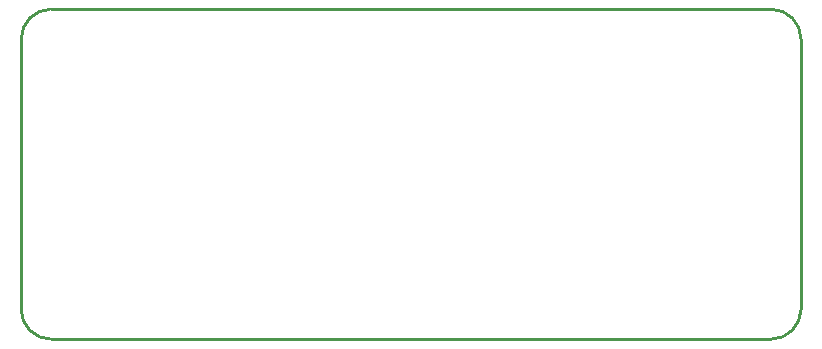
<source format=gko>
G04*
G04 #@! TF.GenerationSoftware,Altium Limited,Altium Designer,21.6.4 (81)*
G04*
G04 Layer_Color=16711935*
%FSLAX25Y25*%
%MOIN*%
G70*
G04*
G04 #@! TF.SameCoordinates,E723B31F-DAC3-422C-9DD4-3D6A13DCE0CD*
G04*
G04*
G04 #@! TF.FilePolarity,Positive*
G04*
G01*
G75*
%ADD15C,0.01000*%
D15*
X250000Y90000D02*
G03*
X240000Y100000I-10000J0D01*
G01*
Y-10000D02*
G03*
X250000Y0I0J10000D01*
G01*
X-10000D02*
G03*
X0Y-10000I10000J0D01*
G01*
Y100000D02*
G03*
X-10000Y90000I0J-10000D01*
G01*
X0Y100000D02*
X240000D01*
X250000Y0D02*
Y90000D01*
X0Y-10000D02*
X240000D01*
X-10000Y0D02*
Y90000D01*
M02*

</source>
